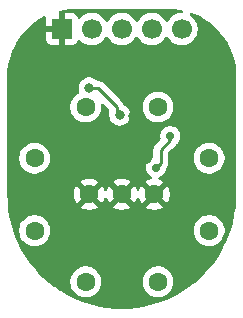
<source format=gbr>
%TF.GenerationSoftware,KiCad,Pcbnew,9.0.3-9.0.3-0~ubuntu22.04.1*%
%TF.CreationDate,2025-07-21T05:59:17-07:00*%
%TF.ProjectId,rotary-switch-shift,726f7461-7279-42d7-9377-697463682d73,rev?*%
%TF.SameCoordinates,Original*%
%TF.FileFunction,Copper,L2,Bot*%
%TF.FilePolarity,Positive*%
%FSLAX46Y46*%
G04 Gerber Fmt 4.6, Leading zero omitted, Abs format (unit mm)*
G04 Created by KiCad (PCBNEW 9.0.3-9.0.3-0~ubuntu22.04.1) date 2025-07-21 05:59:17*
%MOMM*%
%LPD*%
G01*
G04 APERTURE LIST*
%TA.AperFunction,ComponentPad*%
%ADD10R,1.700000X1.700000*%
%TD*%
%TA.AperFunction,ComponentPad*%
%ADD11C,1.700000*%
%TD*%
%TA.AperFunction,ComponentPad*%
%ADD12C,1.600000*%
%TD*%
%TA.AperFunction,ViaPad*%
%ADD13C,0.600000*%
%TD*%
%TA.AperFunction,ViaPad*%
%ADD14C,0.800000*%
%TD*%
%TA.AperFunction,ViaPad*%
%ADD15C,0.700000*%
%TD*%
%TA.AperFunction,Conductor*%
%ADD16C,0.250000*%
%TD*%
G04 APERTURE END LIST*
D10*
%TO.P,J1,1,Pin_1*%
%TO.N,GND*%
X134920000Y-61000000D03*
D11*
%TO.P,J1,2,Pin_2*%
%TO.N,/GP_CP*%
X137460000Y-61000000D03*
%TO.P,J1,3,Pin_3*%
%TO.N,/GP_PL*%
X140000000Y-61000000D03*
%TO.P,J1,4,Pin_4*%
%TO.N,/GP_Q7*%
X142540000Y-61000000D03*
%TO.P,J1,5,Pin_5*%
%TO.N,+3.3V*%
X145080000Y-61000000D03*
%TD*%
D12*
%TO.P,SW1,1*%
%TO.N,Net-(U1-D0)*%
X143061467Y-82391036D03*
%TO.P,SW1,2*%
%TO.N,Net-(U1-D1)*%
X147391036Y-78061467D03*
%TO.P,SW1,3*%
%TO.N,Net-(U1-D2)*%
X147391036Y-71938533D03*
%TO.P,SW1,4*%
%TO.N,Net-(U1-D3)*%
X143061467Y-67608964D03*
%TO.P,SW1,5*%
%TO.N,Net-(U1-D4)*%
X136938533Y-67608964D03*
%TO.P,SW1,6*%
%TO.N,Net-(U1-D5)*%
X132608964Y-71938533D03*
%TO.P,SW1,7*%
%TO.N,Net-(U1-D6)*%
X132608964Y-78061467D03*
%TO.P,SW1,8*%
%TO.N,Net-(U1-D7)*%
X136938533Y-82391036D03*
%TO.P,SW1,A,Common*%
%TO.N,GND*%
X142750000Y-75000000D03*
%TO.P,SW1,B,Common*%
X140000000Y-75000000D03*
%TO.P,SW1,C,Common*%
X137250000Y-75000000D03*
%TD*%
D13*
%TO.N,GND*%
X148000000Y-68000000D03*
D14*
X142163880Y-72036120D03*
X140950000Y-68325000D03*
D13*
X137000000Y-78000000D03*
D14*
X141250000Y-73750000D03*
D13*
X142000000Y-63500000D03*
X132000000Y-63000000D03*
D14*
X134500000Y-71000000D03*
D13*
X148000000Y-63000000D03*
X133750000Y-76000000D03*
X140500000Y-80500000D03*
X143500000Y-77000000D03*
X136000000Y-64000000D03*
X132000000Y-66000000D03*
D14*
%TO.N,+3.3V*%
X139822012Y-68274004D03*
X137250000Y-66000000D03*
D15*
%TO.N,/GP_Q7*%
X144102298Y-70075000D03*
X142885804Y-72728096D03*
%TD*%
D16*
%TO.N,+3.3V*%
X137975000Y-66000000D02*
X139475000Y-67500000D01*
X139475000Y-67500000D02*
X139475000Y-67500317D01*
X139548008Y-68000000D02*
X139822012Y-68274004D01*
X139548008Y-67573325D02*
X139548008Y-68000000D01*
X139475000Y-67500317D02*
X139548008Y-67573325D01*
X137250000Y-66000000D02*
X137975000Y-66000000D01*
%TO.N,/GP_Q7*%
X144102298Y-70397702D02*
X144102298Y-70075000D01*
X143284591Y-72329309D02*
X143284591Y-71215409D01*
X142885804Y-72728096D02*
X143284591Y-72329309D01*
X143284591Y-71215409D02*
X144102298Y-70397702D01*
%TD*%
%TA.AperFunction,Conductor*%
%TO.N,GND*%
G36*
X145912675Y-59635327D02*
G01*
X145913823Y-59635743D01*
X146162515Y-59727491D01*
X146176534Y-59732663D01*
X146185528Y-59736389D01*
X146421015Y-59844949D01*
X146579588Y-59918052D01*
X146583092Y-59919667D01*
X146591768Y-59924088D01*
X146973734Y-60138000D01*
X146982036Y-60143087D01*
X147346031Y-60386301D01*
X147353905Y-60392022D01*
X147697711Y-60663056D01*
X147705102Y-60669369D01*
X148026583Y-60966543D01*
X148033456Y-60973416D01*
X148236431Y-61192993D01*
X148330625Y-61294891D01*
X148336948Y-61302294D01*
X148607975Y-61646091D01*
X148613698Y-61653968D01*
X148856912Y-62017963D01*
X148861999Y-62026265D01*
X149075911Y-62408231D01*
X149080332Y-62416907D01*
X149263610Y-62814471D01*
X149267336Y-62823465D01*
X149418865Y-63234199D01*
X149421873Y-63243460D01*
X149540699Y-63664787D01*
X149542972Y-63674254D01*
X149628377Y-64103613D01*
X149629901Y-64113230D01*
X149681358Y-64547995D01*
X149682121Y-64557700D01*
X149699404Y-64997555D01*
X149699500Y-65002424D01*
X149699500Y-74998046D01*
X149699439Y-75001941D01*
X149680482Y-75605140D01*
X149679993Y-75612914D01*
X149623382Y-76211799D01*
X149622405Y-76219528D01*
X149528306Y-76813645D01*
X149526847Y-76821297D01*
X149395619Y-77408376D01*
X149393681Y-77415921D01*
X149225861Y-77993562D01*
X149223454Y-78000970D01*
X149019688Y-78566952D01*
X149016821Y-78574195D01*
X148777917Y-79126269D01*
X148774600Y-79133318D01*
X148501503Y-79669302D01*
X148497750Y-79676128D01*
X148191541Y-80193899D01*
X148187367Y-80200476D01*
X147849248Y-80698003D01*
X147844669Y-80704306D01*
X147475989Y-81179604D01*
X147471024Y-81185606D01*
X147073200Y-81636850D01*
X147067867Y-81642528D01*
X146642528Y-82067867D01*
X146636850Y-82073200D01*
X146185606Y-82471024D01*
X146179604Y-82475989D01*
X145896523Y-82695570D01*
X145704297Y-82844675D01*
X145698003Y-82849248D01*
X145200476Y-83187367D01*
X145193899Y-83191541D01*
X144676128Y-83497750D01*
X144669302Y-83501503D01*
X144133318Y-83774600D01*
X144126269Y-83777917D01*
X143574195Y-84016821D01*
X143566952Y-84019688D01*
X143000970Y-84223454D01*
X142993562Y-84225861D01*
X142415921Y-84393681D01*
X142408376Y-84395619D01*
X141821297Y-84526847D01*
X141813645Y-84528306D01*
X141219528Y-84622405D01*
X141211799Y-84623382D01*
X140612914Y-84679993D01*
X140605140Y-84680482D01*
X140003895Y-84699377D01*
X139996105Y-84699377D01*
X139394859Y-84680482D01*
X139387085Y-84679993D01*
X138788200Y-84623382D01*
X138780471Y-84622405D01*
X138186354Y-84528306D01*
X138178702Y-84526847D01*
X137591623Y-84395619D01*
X137584078Y-84393681D01*
X137006437Y-84225861D01*
X136999029Y-84223454D01*
X136433047Y-84019688D01*
X136425804Y-84016821D01*
X135873730Y-83777917D01*
X135866681Y-83774600D01*
X135330697Y-83501503D01*
X135323871Y-83497750D01*
X134806100Y-83191541D01*
X134799523Y-83187367D01*
X134580293Y-83038378D01*
X134301988Y-82849242D01*
X134295717Y-82844686D01*
X133820395Y-82475989D01*
X133814393Y-82471024D01*
X133707546Y-82376826D01*
X133607568Y-82288684D01*
X135638033Y-82288684D01*
X135638033Y-82493387D01*
X135670055Y-82695570D01*
X135733314Y-82890259D01*
X135826248Y-83072649D01*
X135946561Y-83238249D01*
X136091319Y-83383007D01*
X136246282Y-83495592D01*
X136256923Y-83503323D01*
X136373140Y-83562539D01*
X136439309Y-83596254D01*
X136439311Y-83596254D01*
X136439314Y-83596256D01*
X136543670Y-83630163D01*
X136633998Y-83659513D01*
X136735090Y-83675524D01*
X136836181Y-83691536D01*
X136836182Y-83691536D01*
X137040884Y-83691536D01*
X137040885Y-83691536D01*
X137243067Y-83659513D01*
X137437752Y-83596256D01*
X137620143Y-83503323D01*
X137713123Y-83435768D01*
X137785746Y-83383007D01*
X137785748Y-83383004D01*
X137785752Y-83383002D01*
X137930499Y-83238255D01*
X137930501Y-83238251D01*
X137930504Y-83238249D01*
X137983265Y-83165626D01*
X138050820Y-83072646D01*
X138143753Y-82890255D01*
X138207010Y-82695570D01*
X138239033Y-82493388D01*
X138239033Y-82288684D01*
X141760967Y-82288684D01*
X141760967Y-82493387D01*
X141792989Y-82695570D01*
X141856248Y-82890259D01*
X141949182Y-83072649D01*
X142069495Y-83238249D01*
X142214253Y-83383007D01*
X142369216Y-83495592D01*
X142379857Y-83503323D01*
X142496074Y-83562539D01*
X142562243Y-83596254D01*
X142562245Y-83596254D01*
X142562248Y-83596256D01*
X142666604Y-83630163D01*
X142756932Y-83659513D01*
X142858024Y-83675524D01*
X142959115Y-83691536D01*
X142959116Y-83691536D01*
X143163818Y-83691536D01*
X143163819Y-83691536D01*
X143366001Y-83659513D01*
X143560686Y-83596256D01*
X143743077Y-83503323D01*
X143836057Y-83435768D01*
X143908680Y-83383007D01*
X143908682Y-83383004D01*
X143908686Y-83383002D01*
X144053433Y-83238255D01*
X144053435Y-83238251D01*
X144053438Y-83238249D01*
X144106199Y-83165626D01*
X144173754Y-83072646D01*
X144266687Y-82890255D01*
X144329944Y-82695570D01*
X144361967Y-82493388D01*
X144361967Y-82288684D01*
X144329944Y-82086502D01*
X144322459Y-82063467D01*
X144266685Y-81891812D01*
X144232970Y-81825643D01*
X144173754Y-81709426D01*
X144166023Y-81698785D01*
X144053438Y-81543822D01*
X143908680Y-81399064D01*
X143743080Y-81278751D01*
X143743079Y-81278750D01*
X143743077Y-81278749D01*
X143686120Y-81249727D01*
X143560690Y-81185817D01*
X143366001Y-81122558D01*
X143191462Y-81094914D01*
X143163819Y-81090536D01*
X142959115Y-81090536D01*
X142934796Y-81094387D01*
X142756932Y-81122558D01*
X142562243Y-81185817D01*
X142379853Y-81278751D01*
X142214253Y-81399064D01*
X142069495Y-81543822D01*
X141949182Y-81709422D01*
X141856248Y-81891812D01*
X141792989Y-82086501D01*
X141760967Y-82288684D01*
X138239033Y-82288684D01*
X138207010Y-82086502D01*
X138199525Y-82063467D01*
X138143751Y-81891812D01*
X138110036Y-81825643D01*
X138050820Y-81709426D01*
X138043089Y-81698785D01*
X137930504Y-81543822D01*
X137785746Y-81399064D01*
X137620146Y-81278751D01*
X137620145Y-81278750D01*
X137620143Y-81278749D01*
X137563186Y-81249727D01*
X137437756Y-81185817D01*
X137243067Y-81122558D01*
X137068528Y-81094914D01*
X137040885Y-81090536D01*
X136836181Y-81090536D01*
X136811862Y-81094387D01*
X136633998Y-81122558D01*
X136439309Y-81185817D01*
X136256919Y-81278751D01*
X136091319Y-81399064D01*
X135946561Y-81543822D01*
X135826248Y-81709422D01*
X135733314Y-81891812D01*
X135670055Y-82086501D01*
X135638033Y-82288684D01*
X133607568Y-82288684D01*
X133363149Y-82073200D01*
X133357471Y-82067867D01*
X132932132Y-81642528D01*
X132926799Y-81636850D01*
X132528975Y-81185606D01*
X132524010Y-81179604D01*
X132155309Y-80704277D01*
X132150761Y-80698017D01*
X131812631Y-80200475D01*
X131808458Y-80193899D01*
X131502249Y-79676128D01*
X131498496Y-79669302D01*
X131225399Y-79133318D01*
X131222082Y-79126269D01*
X131143047Y-78943630D01*
X130983174Y-78574186D01*
X130980311Y-78566952D01*
X130776545Y-78000970D01*
X130774135Y-77993551D01*
X130772763Y-77988827D01*
X130764131Y-77959115D01*
X131308464Y-77959115D01*
X131308464Y-78163818D01*
X131340486Y-78366001D01*
X131403745Y-78560690D01*
X131496679Y-78743080D01*
X131616992Y-78908680D01*
X131761750Y-79053438D01*
X131866919Y-79129846D01*
X131927354Y-79173754D01*
X132043571Y-79232970D01*
X132109740Y-79266685D01*
X132109742Y-79266685D01*
X132109745Y-79266687D01*
X132214101Y-79300594D01*
X132304429Y-79329944D01*
X132405521Y-79345955D01*
X132506612Y-79361967D01*
X132506613Y-79361967D01*
X132711315Y-79361967D01*
X132711316Y-79361967D01*
X132913498Y-79329944D01*
X133108183Y-79266687D01*
X133290574Y-79173754D01*
X133383554Y-79106199D01*
X133456177Y-79053438D01*
X133456179Y-79053435D01*
X133456183Y-79053433D01*
X133600930Y-78908686D01*
X133600932Y-78908682D01*
X133600935Y-78908680D01*
X133653696Y-78836057D01*
X133721251Y-78743077D01*
X133814184Y-78560686D01*
X133877441Y-78366001D01*
X133909464Y-78163819D01*
X133909464Y-77959115D01*
X146090536Y-77959115D01*
X146090536Y-78163818D01*
X146122558Y-78366001D01*
X146185817Y-78560690D01*
X146278751Y-78743080D01*
X146399064Y-78908680D01*
X146543822Y-79053438D01*
X146648991Y-79129846D01*
X146709426Y-79173754D01*
X146825643Y-79232970D01*
X146891812Y-79266685D01*
X146891814Y-79266685D01*
X146891817Y-79266687D01*
X146996173Y-79300594D01*
X147086501Y-79329944D01*
X147187593Y-79345955D01*
X147288684Y-79361967D01*
X147288685Y-79361967D01*
X147493387Y-79361967D01*
X147493388Y-79361967D01*
X147695570Y-79329944D01*
X147890255Y-79266687D01*
X148072646Y-79173754D01*
X148165626Y-79106199D01*
X148238249Y-79053438D01*
X148238251Y-79053435D01*
X148238255Y-79053433D01*
X148383002Y-78908686D01*
X148383004Y-78908682D01*
X148383007Y-78908680D01*
X148435768Y-78836057D01*
X148503323Y-78743077D01*
X148596256Y-78560686D01*
X148659513Y-78366001D01*
X148691536Y-78163819D01*
X148691536Y-77959115D01*
X148659513Y-77756933D01*
X148596256Y-77562248D01*
X148596254Y-77562245D01*
X148596254Y-77562243D01*
X148562539Y-77496074D01*
X148503323Y-77379857D01*
X148495592Y-77369216D01*
X148383007Y-77214253D01*
X148238249Y-77069495D01*
X148072649Y-76949182D01*
X148072648Y-76949181D01*
X148072646Y-76949180D01*
X148015689Y-76920158D01*
X147890259Y-76856248D01*
X147695570Y-76792989D01*
X147521031Y-76765345D01*
X147493388Y-76760967D01*
X147288684Y-76760967D01*
X147264365Y-76764818D01*
X147086501Y-76792989D01*
X146891812Y-76856248D01*
X146709422Y-76949182D01*
X146543822Y-77069495D01*
X146399064Y-77214253D01*
X146278751Y-77379853D01*
X146185817Y-77562243D01*
X146122558Y-77756932D01*
X146090536Y-77959115D01*
X133909464Y-77959115D01*
X133877441Y-77756933D01*
X133814184Y-77562248D01*
X133814182Y-77562245D01*
X133814182Y-77562243D01*
X133780467Y-77496074D01*
X133721251Y-77379857D01*
X133713520Y-77369216D01*
X133600935Y-77214253D01*
X133456177Y-77069495D01*
X133290577Y-76949182D01*
X133290576Y-76949181D01*
X133290574Y-76949180D01*
X133233617Y-76920158D01*
X133108187Y-76856248D01*
X132913498Y-76792989D01*
X132738959Y-76765345D01*
X132711316Y-76760967D01*
X132506612Y-76760967D01*
X132482293Y-76764818D01*
X132304429Y-76792989D01*
X132109740Y-76856248D01*
X131927350Y-76949182D01*
X131761750Y-77069495D01*
X131616992Y-77214253D01*
X131496679Y-77379853D01*
X131403745Y-77562243D01*
X131340486Y-77756932D01*
X131308464Y-77959115D01*
X130764131Y-77959115D01*
X130606318Y-77415921D01*
X130604380Y-77408376D01*
X130473148Y-76821278D01*
X130471696Y-76813664D01*
X130377593Y-76219526D01*
X130376617Y-76211800D01*
X130367170Y-76111859D01*
X130320005Y-75612898D01*
X130319518Y-75605156D01*
X130300561Y-75001941D01*
X130300500Y-74998046D01*
X130300500Y-74897682D01*
X135950000Y-74897682D01*
X135950000Y-75102317D01*
X135982009Y-75304417D01*
X136045244Y-75499031D01*
X136138141Y-75681350D01*
X136138147Y-75681359D01*
X136170523Y-75725921D01*
X136170524Y-75725922D01*
X136787449Y-75108997D01*
X136807370Y-75183343D01*
X136869905Y-75291657D01*
X136958343Y-75380095D01*
X137066657Y-75442630D01*
X137141002Y-75462550D01*
X136524076Y-76079474D01*
X136568650Y-76111859D01*
X136750968Y-76204755D01*
X136945582Y-76267990D01*
X137147683Y-76300000D01*
X137352317Y-76300000D01*
X137554417Y-76267990D01*
X137749031Y-76204755D01*
X137931349Y-76111859D01*
X137975921Y-76079474D01*
X137358997Y-75462550D01*
X137433343Y-75442630D01*
X137541657Y-75380095D01*
X137630095Y-75291657D01*
X137692630Y-75183343D01*
X137712550Y-75108997D01*
X138329474Y-75725921D01*
X138361859Y-75681349D01*
X138454755Y-75499031D01*
X138507069Y-75338028D01*
X138546507Y-75280353D01*
X138610866Y-75253155D01*
X138679712Y-75265070D01*
X138731188Y-75312314D01*
X138742931Y-75338028D01*
X138795244Y-75499031D01*
X138888141Y-75681350D01*
X138888147Y-75681359D01*
X138920523Y-75725921D01*
X138920524Y-75725922D01*
X139537449Y-75108997D01*
X139557370Y-75183343D01*
X139619905Y-75291657D01*
X139708343Y-75380095D01*
X139816657Y-75442630D01*
X139891002Y-75462550D01*
X139274076Y-76079474D01*
X139318650Y-76111859D01*
X139500968Y-76204755D01*
X139695582Y-76267990D01*
X139897683Y-76300000D01*
X140102317Y-76300000D01*
X140304417Y-76267990D01*
X140499031Y-76204755D01*
X140681349Y-76111859D01*
X140725921Y-76079474D01*
X140108997Y-75462550D01*
X140183343Y-75442630D01*
X140291657Y-75380095D01*
X140380095Y-75291657D01*
X140442630Y-75183343D01*
X140462550Y-75108998D01*
X141079474Y-75725922D01*
X141079474Y-75725921D01*
X141111859Y-75681349D01*
X141204755Y-75499031D01*
X141257069Y-75338028D01*
X141296507Y-75280353D01*
X141360866Y-75253155D01*
X141429712Y-75265070D01*
X141481188Y-75312314D01*
X141492931Y-75338028D01*
X141545244Y-75499031D01*
X141638141Y-75681350D01*
X141638147Y-75681359D01*
X141670523Y-75725921D01*
X141670524Y-75725922D01*
X142287449Y-75108997D01*
X142307370Y-75183343D01*
X142369905Y-75291657D01*
X142458343Y-75380095D01*
X142566657Y-75442630D01*
X142641002Y-75462550D01*
X142024076Y-76079474D01*
X142068650Y-76111859D01*
X142250968Y-76204755D01*
X142445582Y-76267990D01*
X142647683Y-76300000D01*
X142852317Y-76300000D01*
X143054417Y-76267990D01*
X143249031Y-76204755D01*
X143431349Y-76111859D01*
X143475921Y-76079474D01*
X142858997Y-75462550D01*
X142933343Y-75442630D01*
X143041657Y-75380095D01*
X143130095Y-75291657D01*
X143192630Y-75183343D01*
X143212550Y-75108997D01*
X143829474Y-75725921D01*
X143861859Y-75681349D01*
X143954755Y-75499031D01*
X144017990Y-75304417D01*
X144050000Y-75102317D01*
X144050000Y-74897682D01*
X144017990Y-74695582D01*
X143954755Y-74500968D01*
X143861859Y-74318650D01*
X143829474Y-74274077D01*
X143829474Y-74274076D01*
X143212550Y-74891001D01*
X143192630Y-74816657D01*
X143130095Y-74708343D01*
X143041657Y-74619905D01*
X142933343Y-74557370D01*
X142858996Y-74537449D01*
X143475922Y-73920524D01*
X143475921Y-73920523D01*
X143431359Y-73888147D01*
X143431350Y-73888141D01*
X143249031Y-73795244D01*
X143166837Y-73768538D01*
X143109162Y-73729100D01*
X143081964Y-73664741D01*
X143093879Y-73595895D01*
X143141123Y-73544419D01*
X143157696Y-73536049D01*
X143288667Y-73481799D01*
X143427966Y-73388722D01*
X143546430Y-73270258D01*
X143639507Y-73130959D01*
X143703620Y-72976178D01*
X143736304Y-72811863D01*
X143736304Y-72811856D01*
X143736901Y-72805802D01*
X143738531Y-72805962D01*
X143755989Y-72746510D01*
X143758708Y-72742456D01*
X143764937Y-72733553D01*
X143770449Y-72728042D01*
X143804675Y-72676818D01*
X143838903Y-72625595D01*
X143872243Y-72545101D01*
X143886054Y-72511761D01*
X143904312Y-72419969D01*
X143910091Y-72390916D01*
X143910091Y-72267702D01*
X143910091Y-71836181D01*
X146090536Y-71836181D01*
X146090536Y-72040884D01*
X146122558Y-72243067D01*
X146185817Y-72437756D01*
X146278751Y-72620146D01*
X146399064Y-72785746D01*
X146543822Y-72930504D01*
X146698785Y-73043089D01*
X146709426Y-73050820D01*
X146825643Y-73110036D01*
X146891812Y-73143751D01*
X146891814Y-73143751D01*
X146891817Y-73143753D01*
X146996173Y-73177660D01*
X147086501Y-73207010D01*
X147187593Y-73223021D01*
X147288684Y-73239033D01*
X147288685Y-73239033D01*
X147493387Y-73239033D01*
X147493388Y-73239033D01*
X147695570Y-73207010D01*
X147890255Y-73143753D01*
X148072646Y-73050820D01*
X148175394Y-72976170D01*
X148238249Y-72930504D01*
X148238251Y-72930501D01*
X148238255Y-72930499D01*
X148383002Y-72785752D01*
X148383004Y-72785748D01*
X148383007Y-72785746D01*
X148435768Y-72713123D01*
X148503323Y-72620143D01*
X148596256Y-72437752D01*
X148659513Y-72243067D01*
X148691536Y-72040885D01*
X148691536Y-71836181D01*
X148659513Y-71633999D01*
X148596256Y-71439314D01*
X148596254Y-71439311D01*
X148596254Y-71439309D01*
X148562539Y-71373140D01*
X148503323Y-71256923D01*
X148428403Y-71153803D01*
X148383007Y-71091319D01*
X148238249Y-70946561D01*
X148072649Y-70826248D01*
X148072648Y-70826247D01*
X148072646Y-70826246D01*
X148014137Y-70796434D01*
X147890259Y-70733314D01*
X147695570Y-70670055D01*
X147521031Y-70642411D01*
X147493388Y-70638033D01*
X147288684Y-70638033D01*
X147264365Y-70641884D01*
X147086501Y-70670055D01*
X146891812Y-70733314D01*
X146709422Y-70826248D01*
X146543822Y-70946561D01*
X146399064Y-71091319D01*
X146278751Y-71256919D01*
X146185817Y-71439309D01*
X146122558Y-71633998D01*
X146090536Y-71836181D01*
X143910091Y-71836181D01*
X143910091Y-71525861D01*
X143929776Y-71458822D01*
X143946410Y-71438180D01*
X144230792Y-71153798D01*
X144588155Y-70796436D01*
X144602439Y-70775056D01*
X144636655Y-70740840D01*
X144644460Y-70735626D01*
X144762924Y-70617162D01*
X144856001Y-70477863D01*
X144920114Y-70323082D01*
X144952798Y-70158767D01*
X144952798Y-69991233D01*
X144920114Y-69826918D01*
X144856001Y-69672137D01*
X144824835Y-69625494D01*
X144762924Y-69532837D01*
X144644460Y-69414373D01*
X144505158Y-69321295D01*
X144350380Y-69257184D01*
X144350372Y-69257182D01*
X144186069Y-69224500D01*
X144186065Y-69224500D01*
X144018531Y-69224500D01*
X144018526Y-69224500D01*
X143854223Y-69257182D01*
X143854215Y-69257184D01*
X143699437Y-69321295D01*
X143560135Y-69414373D01*
X143441671Y-69532837D01*
X143348593Y-69672139D01*
X143284482Y-69826917D01*
X143284480Y-69826925D01*
X143251798Y-69991228D01*
X143251798Y-69991232D01*
X143251798Y-69991233D01*
X143251798Y-70158767D01*
X143251799Y-70158771D01*
X143272853Y-70264620D01*
X143266624Y-70334211D01*
X143238916Y-70376491D01*
X142885860Y-70729549D01*
X142798735Y-70816673D01*
X142798729Y-70816681D01*
X142730281Y-70919117D01*
X142730279Y-70919122D01*
X142697125Y-70999165D01*
X142683129Y-71032953D01*
X142683126Y-71032965D01*
X142659091Y-71153798D01*
X142659091Y-71818574D01*
X142639406Y-71885613D01*
X142586602Y-71931368D01*
X142582545Y-71933135D01*
X142482941Y-71974392D01*
X142343641Y-72067469D01*
X142225177Y-72185933D01*
X142132099Y-72325235D01*
X142067988Y-72480013D01*
X142067986Y-72480021D01*
X142035304Y-72644324D01*
X142035304Y-72811867D01*
X142067986Y-72976170D01*
X142067988Y-72976178D01*
X142132099Y-73130956D01*
X142225177Y-73270258D01*
X142343641Y-73388722D01*
X142436298Y-73450633D01*
X142482941Y-73481799D01*
X142482942Y-73481799D01*
X142482943Y-73481800D01*
X142503379Y-73490265D01*
X142557782Y-73534106D01*
X142579847Y-73600401D01*
X142562568Y-73668100D01*
X142511430Y-73715710D01*
X142475325Y-73727299D01*
X142445581Y-73732010D01*
X142250968Y-73795244D01*
X142068644Y-73888143D01*
X142024077Y-73920523D01*
X142024077Y-73920524D01*
X142641003Y-74537449D01*
X142566657Y-74557370D01*
X142458343Y-74619905D01*
X142369905Y-74708343D01*
X142307370Y-74816657D01*
X142287449Y-74891002D01*
X141670524Y-74274077D01*
X141670523Y-74274077D01*
X141638143Y-74318644D01*
X141545244Y-74500968D01*
X141492931Y-74661971D01*
X141453493Y-74719646D01*
X141389134Y-74746844D01*
X141320288Y-74734929D01*
X141268812Y-74687685D01*
X141257069Y-74661971D01*
X141204755Y-74500968D01*
X141111859Y-74318650D01*
X141079474Y-74274077D01*
X141079474Y-74274076D01*
X140462550Y-74891001D01*
X140442630Y-74816657D01*
X140380095Y-74708343D01*
X140291657Y-74619905D01*
X140183343Y-74557370D01*
X140108996Y-74537449D01*
X140725922Y-73920524D01*
X140725921Y-73920523D01*
X140681359Y-73888147D01*
X140681350Y-73888141D01*
X140499031Y-73795244D01*
X140304417Y-73732009D01*
X140102317Y-73700000D01*
X139897683Y-73700000D01*
X139695582Y-73732009D01*
X139500968Y-73795244D01*
X139318644Y-73888143D01*
X139274077Y-73920523D01*
X139274077Y-73920524D01*
X139891003Y-74537449D01*
X139816657Y-74557370D01*
X139708343Y-74619905D01*
X139619905Y-74708343D01*
X139557370Y-74816657D01*
X139537449Y-74891002D01*
X138920524Y-74274077D01*
X138920523Y-74274077D01*
X138888143Y-74318644D01*
X138795244Y-74500968D01*
X138742931Y-74661971D01*
X138703493Y-74719646D01*
X138639134Y-74746844D01*
X138570288Y-74734929D01*
X138518812Y-74687685D01*
X138507069Y-74661971D01*
X138454755Y-74500968D01*
X138361859Y-74318650D01*
X138329474Y-74274077D01*
X138329474Y-74274076D01*
X137712550Y-74891001D01*
X137692630Y-74816657D01*
X137630095Y-74708343D01*
X137541657Y-74619905D01*
X137433343Y-74557370D01*
X137358996Y-74537449D01*
X137975922Y-73920524D01*
X137975921Y-73920523D01*
X137931359Y-73888147D01*
X137931350Y-73888141D01*
X137749031Y-73795244D01*
X137554417Y-73732009D01*
X137352317Y-73700000D01*
X137147683Y-73700000D01*
X136945582Y-73732009D01*
X136750968Y-73795244D01*
X136568644Y-73888143D01*
X136524077Y-73920523D01*
X136524077Y-73920524D01*
X137141003Y-74537449D01*
X137066657Y-74557370D01*
X136958343Y-74619905D01*
X136869905Y-74708343D01*
X136807370Y-74816657D01*
X136787449Y-74891002D01*
X136170524Y-74274077D01*
X136170523Y-74274077D01*
X136138143Y-74318644D01*
X136045244Y-74500968D01*
X135982009Y-74695582D01*
X135950000Y-74897682D01*
X130300500Y-74897682D01*
X130300500Y-71836181D01*
X131308464Y-71836181D01*
X131308464Y-72040884D01*
X131340486Y-72243067D01*
X131403745Y-72437756D01*
X131496679Y-72620146D01*
X131616992Y-72785746D01*
X131761750Y-72930504D01*
X131916713Y-73043089D01*
X131927354Y-73050820D01*
X132043571Y-73110036D01*
X132109740Y-73143751D01*
X132109742Y-73143751D01*
X132109745Y-73143753D01*
X132214101Y-73177660D01*
X132304429Y-73207010D01*
X132405521Y-73223021D01*
X132506612Y-73239033D01*
X132506613Y-73239033D01*
X132711315Y-73239033D01*
X132711316Y-73239033D01*
X132913498Y-73207010D01*
X133108183Y-73143753D01*
X133290574Y-73050820D01*
X133393322Y-72976170D01*
X133456177Y-72930504D01*
X133456179Y-72930501D01*
X133456183Y-72930499D01*
X133600930Y-72785752D01*
X133600932Y-72785748D01*
X133600935Y-72785746D01*
X133653696Y-72713123D01*
X133721251Y-72620143D01*
X133814184Y-72437752D01*
X133877441Y-72243067D01*
X133909464Y-72040885D01*
X133909464Y-71836181D01*
X133877441Y-71633999D01*
X133814184Y-71439314D01*
X133814182Y-71439311D01*
X133814182Y-71439309D01*
X133780467Y-71373140D01*
X133721251Y-71256923D01*
X133646331Y-71153803D01*
X133600935Y-71091319D01*
X133456177Y-70946561D01*
X133290577Y-70826248D01*
X133290576Y-70826247D01*
X133290574Y-70826246D01*
X133232065Y-70796434D01*
X133108187Y-70733314D01*
X132913498Y-70670055D01*
X132738959Y-70642411D01*
X132711316Y-70638033D01*
X132506612Y-70638033D01*
X132482293Y-70641884D01*
X132304429Y-70670055D01*
X132109740Y-70733314D01*
X131927350Y-70826248D01*
X131761750Y-70946561D01*
X131616992Y-71091319D01*
X131496679Y-71256919D01*
X131403745Y-71439309D01*
X131340486Y-71633998D01*
X131308464Y-71836181D01*
X130300500Y-71836181D01*
X130300500Y-67506612D01*
X135638033Y-67506612D01*
X135638033Y-67711315D01*
X135670055Y-67913498D01*
X135733314Y-68108187D01*
X135826248Y-68290577D01*
X135946561Y-68456177D01*
X136091319Y-68600935D01*
X136228440Y-68700557D01*
X136256923Y-68721251D01*
X136373140Y-68780467D01*
X136439309Y-68814182D01*
X136439311Y-68814182D01*
X136439314Y-68814184D01*
X136543506Y-68848038D01*
X136633998Y-68877441D01*
X136735090Y-68893452D01*
X136836181Y-68909464D01*
X136836182Y-68909464D01*
X137040884Y-68909464D01*
X137040885Y-68909464D01*
X137243067Y-68877441D01*
X137437752Y-68814184D01*
X137620143Y-68721251D01*
X137713123Y-68653696D01*
X137785746Y-68600935D01*
X137785748Y-68600932D01*
X137785752Y-68600930D01*
X137930499Y-68456183D01*
X137930501Y-68456179D01*
X137930504Y-68456177D01*
X137983265Y-68383554D01*
X138050820Y-68290574D01*
X138143753Y-68108183D01*
X138207010Y-67913498D01*
X138239033Y-67711316D01*
X138239033Y-67506612D01*
X138231362Y-67458183D01*
X138240316Y-67388893D01*
X138285311Y-67335440D01*
X138352063Y-67314800D01*
X138419377Y-67333524D01*
X138441516Y-67351106D01*
X138886189Y-67795779D01*
X138899767Y-67820645D01*
X138916014Y-67843859D01*
X138917546Y-67853206D01*
X138919674Y-67857102D01*
X138922411Y-67878568D01*
X138922508Y-67881025D01*
X138922508Y-67938393D01*
X138922508Y-68061607D01*
X138931402Y-68106324D01*
X138931787Y-68116065D01*
X138929501Y-68125164D01*
X138929501Y-68145149D01*
X138921512Y-68185311D01*
X138921512Y-68362699D01*
X138956115Y-68536662D01*
X138956118Y-68536671D01*
X139023995Y-68700544D01*
X139024002Y-68700557D01*
X139122547Y-68848038D01*
X139122550Y-68848042D01*
X139247973Y-68973465D01*
X139247977Y-68973468D01*
X139395458Y-69072013D01*
X139395471Y-69072020D01*
X139518375Y-69122927D01*
X139559346Y-69139898D01*
X139559348Y-69139898D01*
X139559353Y-69139900D01*
X139733316Y-69174503D01*
X139733319Y-69174504D01*
X139733321Y-69174504D01*
X139910705Y-69174504D01*
X139910706Y-69174503D01*
X139968694Y-69162968D01*
X140084670Y-69139900D01*
X140084673Y-69139898D01*
X140084678Y-69139898D01*
X140248559Y-69072017D01*
X140396047Y-68973468D01*
X140521476Y-68848039D01*
X140620025Y-68700551D01*
X140687906Y-68536670D01*
X140722512Y-68362695D01*
X140722512Y-68185313D01*
X140722512Y-68185311D01*
X140722512Y-68185310D01*
X140722511Y-68185308D01*
X140687908Y-68011345D01*
X140687905Y-68011336D01*
X140620028Y-67847463D01*
X140620021Y-67847450D01*
X140521476Y-67699969D01*
X140521473Y-67699965D01*
X140396050Y-67574542D01*
X140396046Y-67574539D01*
X140294387Y-67506612D01*
X141760967Y-67506612D01*
X141760967Y-67711315D01*
X141792989Y-67913498D01*
X141856248Y-68108187D01*
X141949182Y-68290577D01*
X142069495Y-68456177D01*
X142214253Y-68600935D01*
X142351374Y-68700557D01*
X142379857Y-68721251D01*
X142496074Y-68780467D01*
X142562243Y-68814182D01*
X142562245Y-68814182D01*
X142562248Y-68814184D01*
X142666440Y-68848038D01*
X142756932Y-68877441D01*
X142858024Y-68893452D01*
X142959115Y-68909464D01*
X142959116Y-68909464D01*
X143163818Y-68909464D01*
X143163819Y-68909464D01*
X143366001Y-68877441D01*
X143560686Y-68814184D01*
X143743077Y-68721251D01*
X143836057Y-68653696D01*
X143908680Y-68600935D01*
X143908682Y-68600932D01*
X143908686Y-68600930D01*
X144053433Y-68456183D01*
X144053435Y-68456179D01*
X144053438Y-68456177D01*
X144106199Y-68383554D01*
X144173754Y-68290574D01*
X144266687Y-68108183D01*
X144329944Y-67913498D01*
X144361967Y-67711316D01*
X144361967Y-67506612D01*
X144344542Y-67396594D01*
X144329944Y-67304429D01*
X144266685Y-67109740D01*
X144208094Y-66994750D01*
X144173754Y-66927354D01*
X144166023Y-66916713D01*
X144053438Y-66761750D01*
X143908680Y-66616992D01*
X143743080Y-66496679D01*
X143743079Y-66496678D01*
X143743077Y-66496677D01*
X143660151Y-66454424D01*
X143560690Y-66403745D01*
X143366001Y-66340486D01*
X143191462Y-66312842D01*
X143163819Y-66308464D01*
X142959115Y-66308464D01*
X142934796Y-66312315D01*
X142756932Y-66340486D01*
X142562243Y-66403745D01*
X142379853Y-66496679D01*
X142214253Y-66616992D01*
X142069495Y-66761750D01*
X141949182Y-66927350D01*
X141856248Y-67109740D01*
X141792989Y-67304429D01*
X141760967Y-67506612D01*
X140294387Y-67506612D01*
X140248562Y-67475992D01*
X140248559Y-67475991D01*
X140218946Y-67463725D01*
X140195043Y-67444463D01*
X140169831Y-67426951D01*
X140167256Y-67422072D01*
X140164542Y-67419885D01*
X140151828Y-67396594D01*
X140149481Y-67390925D01*
X140149471Y-67390873D01*
X140129940Y-67343722D01*
X140102320Y-67277040D01*
X140085264Y-67251515D01*
X140033866Y-67174592D01*
X139966472Y-67107198D01*
X139961461Y-67102170D01*
X139960858Y-67101267D01*
X139873733Y-67014142D01*
X139873732Y-67014141D01*
X138467927Y-65608337D01*
X138467925Y-65608334D01*
X138467925Y-65608335D01*
X138460858Y-65601268D01*
X138460858Y-65601267D01*
X138373733Y-65514142D01*
X138373732Y-65514141D01*
X138373731Y-65514140D01*
X138328325Y-65483801D01*
X138328324Y-65483800D01*
X138322509Y-65479915D01*
X138271286Y-65445688D01*
X138190792Y-65412347D01*
X138175457Y-65405995D01*
X138157453Y-65398537D01*
X138147427Y-65396543D01*
X138097029Y-65386518D01*
X138036610Y-65374500D01*
X138036607Y-65374500D01*
X138036606Y-65374500D01*
X137949361Y-65374500D01*
X137882322Y-65354815D01*
X137861679Y-65338180D01*
X137824038Y-65300538D01*
X137824034Y-65300535D01*
X137676553Y-65201990D01*
X137676540Y-65201983D01*
X137512667Y-65134106D01*
X137512658Y-65134103D01*
X137338694Y-65099500D01*
X137338691Y-65099500D01*
X137161309Y-65099500D01*
X137161306Y-65099500D01*
X136987341Y-65134103D01*
X136987332Y-65134106D01*
X136823459Y-65201983D01*
X136823446Y-65201990D01*
X136675965Y-65300535D01*
X136675961Y-65300538D01*
X136550538Y-65425961D01*
X136550535Y-65425965D01*
X136451990Y-65573446D01*
X136451983Y-65573459D01*
X136384106Y-65737332D01*
X136384103Y-65737341D01*
X136349500Y-65911304D01*
X136349500Y-66088695D01*
X136384103Y-66262658D01*
X136384106Y-66262667D01*
X136398115Y-66296487D01*
X136405584Y-66365956D01*
X136374308Y-66428435D01*
X136339849Y-66454424D01*
X136256919Y-66496679D01*
X136091319Y-66616992D01*
X135946561Y-66761750D01*
X135826248Y-66927350D01*
X135733314Y-67109740D01*
X135670055Y-67304429D01*
X135638033Y-67506612D01*
X130300500Y-67506612D01*
X130300500Y-65002424D01*
X130300596Y-64997556D01*
X130317878Y-64557701D01*
X130318641Y-64547995D01*
X130370100Y-64113215D01*
X130371619Y-64103627D01*
X130457032Y-63674230D01*
X130459294Y-63664810D01*
X130578132Y-63243438D01*
X130581127Y-63234219D01*
X130732666Y-62823456D01*
X130736389Y-62814471D01*
X130752307Y-62779941D01*
X130919673Y-62416894D01*
X130924088Y-62408231D01*
X131138000Y-62026265D01*
X131143087Y-62017963D01*
X131211096Y-61916181D01*
X131386311Y-61653953D01*
X131392012Y-61646106D01*
X131663066Y-61302275D01*
X131669357Y-61294909D01*
X131966556Y-60973402D01*
X131973402Y-60966556D01*
X132294909Y-60669357D01*
X132302275Y-60663066D01*
X132646106Y-60392012D01*
X132653953Y-60386311D01*
X133017965Y-60143085D01*
X133026265Y-60138000D01*
X133391184Y-59933635D01*
X133459294Y-59918052D01*
X133525016Y-59941767D01*
X133567484Y-59997249D01*
X133575063Y-60055079D01*
X133570000Y-60102171D01*
X133570000Y-60750000D01*
X134486988Y-60750000D01*
X134454075Y-60807007D01*
X134420000Y-60934174D01*
X134420000Y-61065826D01*
X134454075Y-61192993D01*
X134486988Y-61250000D01*
X133570000Y-61250000D01*
X133570000Y-61897844D01*
X133576401Y-61957372D01*
X133576403Y-61957379D01*
X133626645Y-62092086D01*
X133626649Y-62092093D01*
X133712809Y-62207187D01*
X133712812Y-62207190D01*
X133827906Y-62293350D01*
X133827913Y-62293354D01*
X133962620Y-62343596D01*
X133962627Y-62343598D01*
X134022155Y-62349999D01*
X134022172Y-62350000D01*
X134670000Y-62350000D01*
X134670000Y-61433012D01*
X134727007Y-61465925D01*
X134854174Y-61500000D01*
X134985826Y-61500000D01*
X135112993Y-61465925D01*
X135170000Y-61433012D01*
X135170000Y-62350000D01*
X135817828Y-62350000D01*
X135817844Y-62349999D01*
X135877372Y-62343598D01*
X135877379Y-62343596D01*
X136012086Y-62293354D01*
X136012093Y-62293350D01*
X136127187Y-62207190D01*
X136127190Y-62207187D01*
X136213350Y-62092093D01*
X136213354Y-62092086D01*
X136262422Y-61960529D01*
X136304293Y-61904595D01*
X136369757Y-61880178D01*
X136438030Y-61895030D01*
X136466285Y-61916181D01*
X136580213Y-62030109D01*
X136752179Y-62155048D01*
X136752181Y-62155049D01*
X136752184Y-62155051D01*
X136941588Y-62251557D01*
X137143757Y-62317246D01*
X137353713Y-62350500D01*
X137353714Y-62350500D01*
X137566286Y-62350500D01*
X137566287Y-62350500D01*
X137776243Y-62317246D01*
X137978412Y-62251557D01*
X138167816Y-62155051D01*
X138254471Y-62092093D01*
X138339786Y-62030109D01*
X138339788Y-62030106D01*
X138339792Y-62030104D01*
X138490104Y-61879792D01*
X138490106Y-61879788D01*
X138490109Y-61879786D01*
X138615048Y-61707820D01*
X138615047Y-61707820D01*
X138615051Y-61707816D01*
X138619514Y-61699054D01*
X138667488Y-61648259D01*
X138735308Y-61631463D01*
X138801444Y-61653999D01*
X138840486Y-61699056D01*
X138844951Y-61707820D01*
X138969890Y-61879786D01*
X139120213Y-62030109D01*
X139292179Y-62155048D01*
X139292181Y-62155049D01*
X139292184Y-62155051D01*
X139481588Y-62251557D01*
X139683757Y-62317246D01*
X139893713Y-62350500D01*
X139893714Y-62350500D01*
X140106286Y-62350500D01*
X140106287Y-62350500D01*
X140316243Y-62317246D01*
X140518412Y-62251557D01*
X140707816Y-62155051D01*
X140794471Y-62092093D01*
X140879786Y-62030109D01*
X140879788Y-62030106D01*
X140879792Y-62030104D01*
X141030104Y-61879792D01*
X141030106Y-61879788D01*
X141030109Y-61879786D01*
X141155048Y-61707820D01*
X141155047Y-61707820D01*
X141155051Y-61707816D01*
X141159514Y-61699054D01*
X141207488Y-61648259D01*
X141275308Y-61631463D01*
X141341444Y-61653999D01*
X141380486Y-61699056D01*
X141384951Y-61707820D01*
X141509890Y-61879786D01*
X141660213Y-62030109D01*
X141832179Y-62155048D01*
X141832181Y-62155049D01*
X141832184Y-62155051D01*
X142021588Y-62251557D01*
X142223757Y-62317246D01*
X142433713Y-62350500D01*
X142433714Y-62350500D01*
X142646286Y-62350500D01*
X142646287Y-62350500D01*
X142856243Y-62317246D01*
X143058412Y-62251557D01*
X143247816Y-62155051D01*
X143334471Y-62092093D01*
X143419786Y-62030109D01*
X143419788Y-62030106D01*
X143419792Y-62030104D01*
X143570104Y-61879792D01*
X143570106Y-61879788D01*
X143570109Y-61879786D01*
X143695048Y-61707820D01*
X143695047Y-61707820D01*
X143695051Y-61707816D01*
X143699514Y-61699054D01*
X143747488Y-61648259D01*
X143815308Y-61631463D01*
X143881444Y-61653999D01*
X143920486Y-61699056D01*
X143924951Y-61707820D01*
X144049890Y-61879786D01*
X144200213Y-62030109D01*
X144372179Y-62155048D01*
X144372181Y-62155049D01*
X144372184Y-62155051D01*
X144561588Y-62251557D01*
X144763757Y-62317246D01*
X144973713Y-62350500D01*
X144973714Y-62350500D01*
X145186286Y-62350500D01*
X145186287Y-62350500D01*
X145396243Y-62317246D01*
X145598412Y-62251557D01*
X145787816Y-62155051D01*
X145874471Y-62092093D01*
X145959786Y-62030109D01*
X145959788Y-62030106D01*
X145959792Y-62030104D01*
X146110104Y-61879792D01*
X146110106Y-61879788D01*
X146110109Y-61879786D01*
X146235048Y-61707820D01*
X146235047Y-61707820D01*
X146235051Y-61707816D01*
X146331557Y-61518412D01*
X146397246Y-61316243D01*
X146430500Y-61106287D01*
X146430500Y-60893713D01*
X146397246Y-60683757D01*
X146331557Y-60481588D01*
X146235051Y-60292184D01*
X146235049Y-60292181D01*
X146235048Y-60292179D01*
X146110109Y-60120213D01*
X145959790Y-59969894D01*
X145959785Y-59969890D01*
X145798120Y-59852434D01*
X145755454Y-59797104D01*
X145749475Y-59727491D01*
X145782080Y-59665696D01*
X145842919Y-59631339D01*
X145912675Y-59635327D01*
G37*
%TD.AperFunction*%
%TA.AperFunction,Conductor*%
G36*
X144002443Y-59300596D02*
G01*
X144442304Y-59317878D01*
X144451999Y-59318640D01*
X144886780Y-59370099D01*
X144896372Y-59371619D01*
X145058571Y-59403883D01*
X145120482Y-59436268D01*
X145155056Y-59496984D01*
X145151316Y-59566753D01*
X145110449Y-59623425D01*
X145045431Y-59649007D01*
X145034379Y-59649500D01*
X144973713Y-59649500D01*
X144925042Y-59657208D01*
X144763760Y-59682753D01*
X144561585Y-59748444D01*
X144372179Y-59844951D01*
X144200213Y-59969890D01*
X144049890Y-60120213D01*
X143924949Y-60292182D01*
X143920484Y-60300946D01*
X143872509Y-60351742D01*
X143804688Y-60368536D01*
X143738553Y-60345998D01*
X143699516Y-60300946D01*
X143695050Y-60292182D01*
X143570109Y-60120213D01*
X143419786Y-59969890D01*
X143247820Y-59844951D01*
X143058414Y-59748444D01*
X143058413Y-59748443D01*
X143058412Y-59748443D01*
X142856243Y-59682754D01*
X142856241Y-59682753D01*
X142856240Y-59682753D01*
X142694957Y-59657208D01*
X142646287Y-59649500D01*
X142433713Y-59649500D01*
X142385042Y-59657208D01*
X142223760Y-59682753D01*
X142021585Y-59748444D01*
X141832179Y-59844951D01*
X141660213Y-59969890D01*
X141509890Y-60120213D01*
X141384949Y-60292182D01*
X141380484Y-60300946D01*
X141332509Y-60351742D01*
X141264688Y-60368536D01*
X141198553Y-60345998D01*
X141159516Y-60300946D01*
X141155050Y-60292182D01*
X141030109Y-60120213D01*
X140879786Y-59969890D01*
X140707820Y-59844951D01*
X140518414Y-59748444D01*
X140518413Y-59748443D01*
X140518412Y-59748443D01*
X140316243Y-59682754D01*
X140316241Y-59682753D01*
X140316240Y-59682753D01*
X140154957Y-59657208D01*
X140106287Y-59649500D01*
X139893713Y-59649500D01*
X139845042Y-59657208D01*
X139683760Y-59682753D01*
X139481585Y-59748444D01*
X139292179Y-59844951D01*
X139120213Y-59969890D01*
X138969890Y-60120213D01*
X138844949Y-60292182D01*
X138840484Y-60300946D01*
X138792509Y-60351742D01*
X138724688Y-60368536D01*
X138658553Y-60345998D01*
X138619516Y-60300946D01*
X138615050Y-60292182D01*
X138490109Y-60120213D01*
X138339786Y-59969890D01*
X138167820Y-59844951D01*
X137978414Y-59748444D01*
X137978413Y-59748443D01*
X137978412Y-59748443D01*
X137776243Y-59682754D01*
X137776241Y-59682753D01*
X137776240Y-59682753D01*
X137614957Y-59657208D01*
X137566287Y-59649500D01*
X137353713Y-59649500D01*
X137305042Y-59657208D01*
X137143760Y-59682753D01*
X136941585Y-59748444D01*
X136752179Y-59844951D01*
X136580215Y-59969889D01*
X136466285Y-60083819D01*
X136404962Y-60117303D01*
X136335270Y-60112319D01*
X136279337Y-60070447D01*
X136262422Y-60039470D01*
X136213354Y-59907913D01*
X136213350Y-59907906D01*
X136127190Y-59792812D01*
X136127187Y-59792809D01*
X136012093Y-59706649D01*
X136012086Y-59706645D01*
X135877379Y-59656403D01*
X135877372Y-59656401D01*
X135817844Y-59650000D01*
X135170000Y-59650000D01*
X135170000Y-60566988D01*
X135112993Y-60534075D01*
X134985826Y-60500000D01*
X134854174Y-60500000D01*
X134727007Y-60534075D01*
X134670000Y-60566988D01*
X134670000Y-59646849D01*
X134640304Y-59592466D01*
X134645288Y-59522774D01*
X134687160Y-59466841D01*
X134737277Y-59444491D01*
X135103627Y-59371619D01*
X135113215Y-59370100D01*
X135548002Y-59318640D01*
X135557693Y-59317878D01*
X135997557Y-59300596D01*
X136002425Y-59300500D01*
X136047595Y-59300500D01*
X143952405Y-59300500D01*
X143997575Y-59300500D01*
X144002443Y-59300596D01*
G37*
%TD.AperFunction*%
%TD*%
M02*

</source>
